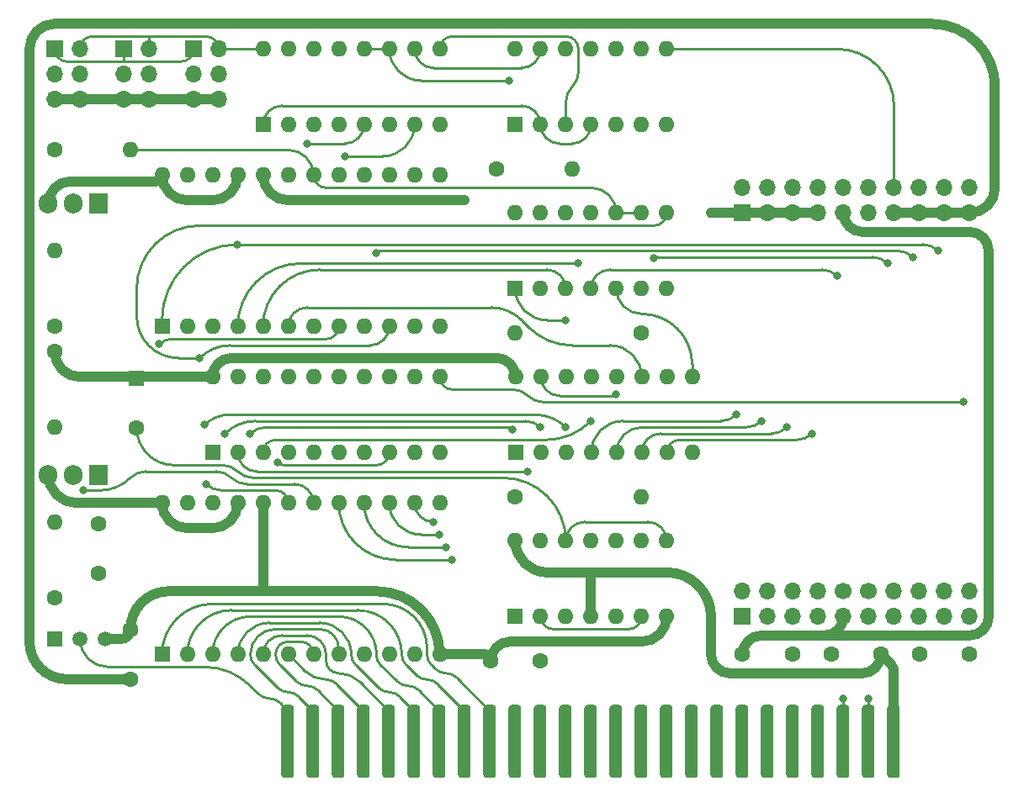
<source format=gbr>
%TF.GenerationSoftware,KiCad,Pcbnew,(6.0.5-0)*%
%TF.CreationDate,2022-08-03T01:41:10-07:00*%
%TF.ProjectId,DiskII,4469736b-4949-42e6-9b69-6361645f7063,rev?*%
%TF.SameCoordinates,Original*%
%TF.FileFunction,Copper,L1,Top*%
%TF.FilePolarity,Positive*%
%FSLAX46Y46*%
G04 Gerber Fmt 4.6, Leading zero omitted, Abs format (unit mm)*
G04 Created by KiCad (PCBNEW (6.0.5-0)) date 2022-08-03 01:41:10*
%MOMM*%
%LPD*%
G01*
G04 APERTURE LIST*
G04 Aperture macros list*
%AMRoundRect*
0 Rectangle with rounded corners*
0 $1 Rounding radius*
0 $2 $3 $4 $5 $6 $7 $8 $9 X,Y pos of 4 corners*
0 Add a 4 corners polygon primitive as box body*
4,1,4,$2,$3,$4,$5,$6,$7,$8,$9,$2,$3,0*
0 Add four circle primitives for the rounded corners*
1,1,$1+$1,$2,$3*
1,1,$1+$1,$4,$5*
1,1,$1+$1,$6,$7*
1,1,$1+$1,$8,$9*
0 Add four rect primitives between the rounded corners*
20,1,$1+$1,$2,$3,$4,$5,0*
20,1,$1+$1,$4,$5,$6,$7,0*
20,1,$1+$1,$6,$7,$8,$9,0*
20,1,$1+$1,$8,$9,$2,$3,0*%
G04 Aperture macros list end*
%TA.AperFunction,ComponentPad*%
%ADD10C,1.600000*%
%TD*%
%TA.AperFunction,ComponentPad*%
%ADD11O,1.600000X1.600000*%
%TD*%
%TA.AperFunction,ConnectorPad*%
%ADD12RoundRect,0.317500X-0.317500X-3.365500X0.317500X-3.365500X0.317500X3.365500X-0.317500X3.365500X0*%
%TD*%
%TA.AperFunction,ComponentPad*%
%ADD13R,1.600000X1.600000*%
%TD*%
%TA.AperFunction,ComponentPad*%
%ADD14R,1.905000X2.000000*%
%TD*%
%TA.AperFunction,ComponentPad*%
%ADD15O,1.905000X2.000000*%
%TD*%
%TA.AperFunction,ComponentPad*%
%ADD16R,1.500000X1.500000*%
%TD*%
%TA.AperFunction,ComponentPad*%
%ADD17C,1.500000*%
%TD*%
%TA.AperFunction,ComponentPad*%
%ADD18R,1.700000X1.700000*%
%TD*%
%TA.AperFunction,ComponentPad*%
%ADD19O,1.700000X1.700000*%
%TD*%
%TA.AperFunction,ComponentPad*%
%ADD20C,1.700000*%
%TD*%
%TA.AperFunction,ViaPad*%
%ADD21C,0.800000*%
%TD*%
%TA.AperFunction,Conductor*%
%ADD22C,0.250000*%
%TD*%
%TA.AperFunction,Conductor*%
%ADD23C,1.016000*%
%TD*%
G04 APERTURE END LIST*
D10*
%TO.P,R2,1*%
%TO.N,+5V*%
X114935000Y-97790000D03*
D11*
%TO.P,R2,2*%
%TO.N,Net-(Q2-Pad2)*%
X114935000Y-105410000D03*
%TD*%
D10*
%TO.P,R3,1*%
%TO.N,+5V*%
X159385000Y-79375000D03*
D11*
%TO.P,R3,2*%
%TO.N,Net-(R3-Pad2)*%
X167005000Y-79375000D03*
%TD*%
D10*
%TO.P,C1,1*%
%TO.N,Net-(C1-Pad1)*%
X163830000Y-128905000D03*
%TO.P,C1,2*%
%TO.N,GND*%
X158830000Y-128905000D03*
%TD*%
%TO.P,R4,1*%
%TO.N,+5V*%
X161290000Y-112395000D03*
D11*
%TO.P,R4,2*%
%TO.N,Net-(C1-Pad1)*%
X173990000Y-112395000D03*
%TD*%
D10*
%TO.P,R1,1*%
%TO.N,Net-(Q1-Pad1)*%
X114935000Y-122555000D03*
D11*
%TO.P,R1,2*%
%TO.N,Net-(Q2-Pad2)*%
X114935000Y-114935000D03*
%TD*%
D12*
%TO.P,J1,1,~{IO_SELECT}*%
%TO.N,/I{slash}~{OSEL}*%
X138430000Y-137043000D03*
%TO.P,J1,2,A00*%
%TO.N,/A0*%
X140970000Y-137043000D03*
%TO.P,J1,3,A01*%
%TO.N,/A1*%
X143510000Y-137043000D03*
%TO.P,J1,4,A02*%
%TO.N,/A2*%
X146050000Y-137043000D03*
%TO.P,J1,5,A03*%
%TO.N,/A3*%
X148590000Y-137043000D03*
%TO.P,J1,6,A04*%
%TO.N,/A4*%
X151130000Y-137043000D03*
%TO.P,J1,7,A05*%
%TO.N,/A5*%
X153670000Y-137043000D03*
%TO.P,J1,8,A06*%
%TO.N,/A6*%
X156210000Y-137043000D03*
%TO.P,J1,9,A07*%
%TO.N,/A7*%
X158750000Y-137043000D03*
%TO.P,J1,10,A08*%
%TO.N,unconnected-(J1-Pad10)*%
X161290000Y-137043000D03*
%TO.P,J1,11,A09*%
%TO.N,unconnected-(J1-Pad11)*%
X163830000Y-137043000D03*
%TO.P,J1,12,A10*%
%TO.N,unconnected-(J1-Pad12)*%
X166370000Y-137043000D03*
%TO.P,J1,13,A11*%
%TO.N,unconnected-(J1-Pad13)*%
X168910000Y-137043000D03*
%TO.P,J1,14,A12*%
%TO.N,unconnected-(J1-Pad14)*%
X171450000Y-137043000D03*
%TO.P,J1,15,A13*%
%TO.N,unconnected-(J1-Pad15)*%
X173990000Y-137043000D03*
%TO.P,J1,16,A14*%
%TO.N,unconnected-(J1-Pad16)*%
X176530000Y-137043000D03*
%TO.P,J1,17,A15*%
%TO.N,unconnected-(J1-Pad17)*%
X179070000Y-137043000D03*
%TO.P,J1,18,R/~{W}*%
%TO.N,unconnected-(J1-Pad18)*%
X181610000Y-137043000D03*
%TO.P,J1,19,N.C.*%
%TO.N,unconnected-(J1-Pad19)*%
X184150000Y-137043000D03*
%TO.P,J1,20,~{I/O_STROBE}*%
%TO.N,unconnected-(J1-Pad20)*%
X186690000Y-137043000D03*
%TO.P,J1,21,RDY*%
%TO.N,unconnected-(J1-Pad21)*%
X189230000Y-137043000D03*
%TO.P,J1,22,~{DMA}*%
%TO.N,unconnected-(J1-Pad22)*%
X191770000Y-137043000D03*
%TO.P,J1,23,INT_OUT*%
%TO.N,Net-(J1-Pad23)*%
X194310000Y-137043000D03*
%TO.P,J1,24,DMA_OUT*%
%TO.N,Net-(J1-Pad24)*%
X196850000Y-137043000D03*
%TO.P,J1,25,+5V*%
%TO.N,+5V*%
X199390000Y-137043000D03*
%TD*%
D10*
%TO.P,C4,1*%
%TO.N,+12V*%
X122555000Y-130770000D03*
%TO.P,C4,2*%
%TO.N,GND*%
X122555000Y-125770000D03*
%TD*%
D13*
%TO.P,UC2,1,A0*%
%TO.N,/A1*%
X161305000Y-107950000D03*
D11*
%TO.P,UC2,2,A1*%
%TO.N,/A2*%
X163845000Y-107950000D03*
%TO.P,UC2,3,A2*%
%TO.N,/A3*%
X166385000Y-107950000D03*
%TO.P,UC2,4,Q0*%
%TO.N,/PH0*%
X168925000Y-107950000D03*
%TO.P,UC2,5,Q1*%
%TO.N,/PH1*%
X171465000Y-107950000D03*
%TO.P,UC2,6,Q2*%
%TO.N,/PH2*%
X174005000Y-107950000D03*
%TO.P,UC2,7,Q3*%
%TO.N,/PH3*%
X176545000Y-107950000D03*
%TO.P,UC2,8,GND*%
%TO.N,GND*%
X179085000Y-107950000D03*
%TO.P,UC2,9,Q4*%
%TO.N,Net-(UB2-Pad5)*%
X179085000Y-100330000D03*
%TO.P,UC2,10,Q5*%
%TO.N,Net-(UA2-Pad5)*%
X176545000Y-100330000D03*
%TO.P,UC2,11,Q6*%
%TO.N,/P6A2*%
X174005000Y-100330000D03*
%TO.P,UC2,12,Q7*%
%TO.N,/P6A3*%
X171465000Y-100330000D03*
%TO.P,UC2,13,D*%
%TO.N,/A0*%
X168925000Y-100330000D03*
%TO.P,UC2,14,E*%
%TO.N,/DEV*%
X166385000Y-100330000D03*
%TO.P,UC2,15,Clr*%
%TO.N,/~{RES}*%
X163845000Y-100330000D03*
%TO.P,UC2,16,VCC*%
%TO.N,+5V*%
X161305000Y-100330000D03*
%TD*%
D13*
%TO.P,UD2,1,DIS*%
%TO.N,unconnected-(UD2-Pad1)*%
X161285000Y-124450000D03*
D11*
%TO.P,UD2,2,THR*%
%TO.N,Net-(C1-Pad1)*%
X163825000Y-124450000D03*
%TO.P,UD2,3,CV*%
%TO.N,unconnected-(UD2-Pad3)*%
X166365000Y-124450000D03*
%TO.P,UD2,4,R*%
%TO.N,+5V*%
X168905000Y-124450000D03*
%TO.P,UD2,5,Q*%
%TO.N,Net-(UB2-Pad1)*%
X171445000Y-124450000D03*
%TO.P,UD2,6,TR*%
%TO.N,Net-(C1-Pad1)*%
X173985000Y-124450000D03*
%TO.P,UD2,7,GND*%
%TO.N,GND*%
X176525000Y-124450000D03*
%TO.P,UD2,8,THR*%
%TO.N,Net-(C2-Pad2)*%
X176525000Y-116830000D03*
%TO.P,UD2,9,Q*%
%TO.N,Net-(UA2-Pad10)*%
X173985000Y-116830000D03*
%TO.P,UD2,10,R*%
%TO.N,/~{RES}*%
X171445000Y-116830000D03*
%TO.P,UD2,11,CV*%
%TO.N,unconnected-(UD2-Pad11)*%
X168905000Y-116830000D03*
%TO.P,UD2,12,TR*%
%TO.N,Net-(C2-Pad2)*%
X166365000Y-116830000D03*
%TO.P,UD2,13,DIS*%
%TO.N,unconnected-(UD2-Pad13)*%
X163825000Y-116830000D03*
%TO.P,UD2,14,VCC*%
%TO.N,+5V*%
X161285000Y-116830000D03*
%TD*%
D13*
%TO.P,UD3,1,A7*%
%TO.N,/A7*%
X125735000Y-128270000D03*
D11*
%TO.P,UD3,2,A6*%
%TO.N,/A6*%
X128275000Y-128270000D03*
%TO.P,UD3,3,A5*%
%TO.N,/A5*%
X130815000Y-128270000D03*
%TO.P,UD3,4,A4*%
%TO.N,/A4*%
X133355000Y-128270000D03*
%TO.P,UD3,5,A3*%
%TO.N,/A3*%
X135895000Y-128270000D03*
%TO.P,UD3,6,A2*%
%TO.N,/A2*%
X138435000Y-128270000D03*
%TO.P,UD3,7,A1*%
%TO.N,/A1*%
X140975000Y-128270000D03*
%TO.P,UD3,8,A0*%
%TO.N,/A0*%
X143515000Y-128270000D03*
%TO.P,UD3,9,D0*%
%TO.N,/D0*%
X146055000Y-128270000D03*
%TO.P,UD3,10,D1*%
%TO.N,/D1*%
X148595000Y-128270000D03*
%TO.P,UD3,11,D2*%
%TO.N,/D2*%
X151135000Y-128270000D03*
%TO.P,UD3,12,GND*%
%TO.N,GND*%
X153675000Y-128270000D03*
%TO.P,UD3,13,D3*%
%TO.N,/D3*%
X153675000Y-113030000D03*
%TO.P,UD3,14,D4*%
%TO.N,/D4*%
X151135000Y-113030000D03*
%TO.P,UD3,15,D5*%
%TO.N,/D5*%
X148595000Y-113030000D03*
%TO.P,UD3,16,D6*%
%TO.N,/D6*%
X146055000Y-113030000D03*
%TO.P,UD3,17,D7*%
%TO.N,/D7*%
X143515000Y-113030000D03*
%TO.P,UD3,18,~{CE}/PGM*%
%TO.N,/I{slash}~{OSEL}*%
X140975000Y-113030000D03*
%TO.P,UD3,19,A10*%
%TO.N,/P5A10*%
X138435000Y-113030000D03*
%TO.P,UD3,20,~{OE}*%
%TO.N,GND*%
X135895000Y-113030000D03*
%TO.P,UD3,21,VPP*%
%TO.N,/P5VCC*%
X133355000Y-113030000D03*
%TO.P,UD3,22,A9*%
%TO.N,/P5A9*%
X130815000Y-113030000D03*
%TO.P,UD3,23,A8*%
%TO.N,/P5A8*%
X128275000Y-113030000D03*
%TO.P,UD3,24,VCC*%
%TO.N,/P5VCC*%
X125735000Y-113030000D03*
%TD*%
D10*
%TO.P,C6,1*%
%TO.N,+12V*%
X206970000Y-128270000D03*
%TO.P,C6,2*%
%TO.N,GND*%
X201970000Y-128270000D03*
%TD*%
D14*
%TO.P,Q2,1,E*%
%TO.N,+5V*%
X119380000Y-110180000D03*
D15*
%TO.P,Q2,2,B*%
%TO.N,Net-(Q2-Pad2)*%
X116840000Y-110180000D03*
%TO.P,Q2,3,C*%
%TO.N,/P5VCC*%
X114300000Y-110180000D03*
%TD*%
D16*
%TO.P,Q1,1,E*%
%TO.N,Net-(Q1-Pad1)*%
X114935000Y-126725000D03*
D17*
%TO.P,Q1,2,B*%
%TO.N,/I{slash}~{OSEL}*%
X117475000Y-126725000D03*
%TO.P,Q1,3,C*%
%TO.N,GND*%
X120015000Y-126725000D03*
%TD*%
D10*
%TO.P,C7,1*%
%TO.N,-12V*%
X184150000Y-128270000D03*
%TO.P,C7,2*%
%TO.N,GND*%
X189150000Y-128270000D03*
%TD*%
%TO.P,R5,1*%
%TO.N,Net-(C2-Pad2)*%
X173990000Y-95885000D03*
D11*
%TO.P,R5,2*%
%TO.N,+5V*%
X161290000Y-95885000D03*
%TD*%
D18*
%TO.P,SW3,1,A*%
%TO.N,/P5VCC*%
X128900000Y-67310000D03*
D19*
%TO.P,SW3,2,B*%
%TO.N,/P5A10*%
X128900000Y-69850000D03*
%TO.P,SW3,3,C*%
%TO.N,GND*%
X128900000Y-72390000D03*
%TO.P,SW3,4,A*%
%TO.N,/P6VCC*%
X131440000Y-67310000D03*
%TO.P,SW3,5,B*%
%TO.N,/P6A10*%
X131440000Y-69850000D03*
%TO.P,SW3,6,C*%
%TO.N,GND*%
X131440000Y-72390000D03*
%TD*%
D18*
%TO.P,J3,1,GND*%
%TO.N,GND*%
X184150000Y-83820000D03*
D19*
%TO.P,J3,2,PH0*%
%TO.N,/PH0*%
X184150000Y-81280000D03*
%TO.P,J3,3,GND*%
%TO.N,GND*%
X186690000Y-83820000D03*
%TO.P,J3,4,PH1*%
%TO.N,/PH1*%
X186690000Y-81280000D03*
%TO.P,J3,5,GND*%
%TO.N,GND*%
X189230000Y-83820000D03*
%TO.P,J3,6,PH2*%
%TO.N,/PH2*%
X189230000Y-81280000D03*
%TO.P,J3,7,GND*%
%TO.N,GND*%
X191770000Y-83820000D03*
%TO.P,J3,8,PH3*%
%TO.N,/PH3*%
X191770000Y-81280000D03*
%TO.P,J3,9,-12*%
%TO.N,-12V*%
X194310000Y-83820000D03*
%TO.P,J3,10,WR_REQ*%
%TO.N,/WR REQ*%
X194310000Y-81280000D03*
%TO.P,J3,11,VCC*%
%TO.N,+5V*%
X196850000Y-83820000D03*
%TO.P,J3,12,VCC*%
X196850000Y-81280000D03*
%TO.P,J3,13,+12*%
%TO.N,+12V*%
X199390000Y-83820000D03*
%TO.P,J3,14,~{ENBL}*%
%TO.N,/~{ENBL 1}*%
X199390000Y-81280000D03*
%TO.P,J3,15,+12*%
%TO.N,+12V*%
X201930000Y-83820000D03*
%TO.P,J3,16,RD_DATA*%
%TO.N,/RD DATA*%
X201930000Y-81280000D03*
%TO.P,J3,17,+12*%
%TO.N,+12V*%
X204470000Y-83820000D03*
%TO.P,J3,18,WR_DATA*%
%TO.N,/P6A7*%
X204470000Y-81280000D03*
%TO.P,J3,19,+12*%
%TO.N,+12V*%
X207010000Y-83820000D03*
%TO.P,J3,20,W_PROT*%
%TO.N,/W PROT*%
X207010000Y-81280000D03*
%TD*%
D18*
%TO.P,SW1,1,A*%
%TO.N,/P5VCC*%
X114930000Y-67310000D03*
D19*
%TO.P,SW1,2,B*%
%TO.N,/P5A8*%
X114930000Y-69850000D03*
%TO.P,SW1,3,C*%
%TO.N,GND*%
X114930000Y-72390000D03*
%TO.P,SW1,4,A*%
%TO.N,/P6VCC*%
X117470000Y-67310000D03*
%TO.P,SW1,5,B*%
%TO.N,/P6A8*%
X117470000Y-69850000D03*
%TO.P,SW1,6,C*%
%TO.N,GND*%
X117470000Y-72390000D03*
%TD*%
D13*
%TO.P,UA2,1*%
%TO.N,/Q3*%
X161285000Y-74930000D03*
D11*
%TO.P,UA2,2*%
%TO.N,Net-(UA2-Pad10)*%
X163825000Y-74930000D03*
%TO.P,UA2,3*%
%TO.N,Net-(UA2-Pad3)*%
X166365000Y-74930000D03*
%TO.P,UA2,4*%
%TO.N,Net-(UA2-Pad10)*%
X168905000Y-74930000D03*
%TO.P,UA2,5*%
%TO.N,Net-(UA2-Pad5)*%
X171445000Y-74930000D03*
%TO.P,UA2,6*%
%TO.N,/~{ENBL 2}*%
X173985000Y-74930000D03*
%TO.P,UA2,7,GND*%
%TO.N,GND*%
X176525000Y-74930000D03*
%TO.P,UA2,8*%
%TO.N,/~{ENBL 1}*%
X176525000Y-67310000D03*
%TO.P,UA2,9*%
%TO.N,/~{ENBL 2}*%
X173985000Y-67310000D03*
%TO.P,UA2,10*%
%TO.N,Net-(UA2-Pad10)*%
X171445000Y-67310000D03*
%TO.P,UA2,11*%
%TO.N,/P6A4*%
X168905000Y-67310000D03*
%TO.P,UA2,12*%
%TO.N,Net-(R3-Pad2)*%
X166365000Y-67310000D03*
%TO.P,UA2,13*%
%TO.N,Net-(UA2-Pad13)*%
X163825000Y-67310000D03*
%TO.P,UA2,14,VCC*%
%TO.N,+5V*%
X161285000Y-67310000D03*
%TD*%
D13*
%TO.P,UC3,1,S0*%
%TO.N,/P6D1*%
X130815000Y-107950000D03*
D11*
%TO.P,UC3,2,OE1*%
%TO.N,/DEV*%
X133355000Y-107950000D03*
%TO.P,UC3,3,OE2*%
%TO.N,/A0*%
X135895000Y-107950000D03*
%TO.P,UC3,4,IO6*%
%TO.N,/D0*%
X138435000Y-107950000D03*
%TO.P,UC3,5,IO4*%
%TO.N,/D1*%
X140975000Y-107950000D03*
%TO.P,UC3,6,IO2*%
%TO.N,/D2*%
X143515000Y-107950000D03*
%TO.P,UC3,7,IO0*%
%TO.N,/D4*%
X146055000Y-107950000D03*
%TO.P,UC3,8,Q0*%
%TO.N,/P6A1*%
X148595000Y-107950000D03*
%TO.P,UC3,9,SR*%
%TO.N,/P6D3*%
X151135000Y-107950000D03*
%TO.P,UC3,10,GND*%
%TO.N,GND*%
X153675000Y-107950000D03*
%TO.P,UC3,11,DS0*%
%TO.N,/W PROT*%
X153675000Y-100330000D03*
%TO.P,UC3,12,Cp*%
%TO.N,Net-(UA2-Pad3)*%
X151135000Y-100330000D03*
%TO.P,UC3,13,IO1*%
%TO.N,/D3*%
X148595000Y-100330000D03*
%TO.P,UC3,14,IO3*%
%TO.N,/D5*%
X146055000Y-100330000D03*
%TO.P,UC3,15,IO5*%
%TO.N,/D6*%
X143515000Y-100330000D03*
%TO.P,UC3,16,IO7*%
%TO.N,/D7*%
X140975000Y-100330000D03*
%TO.P,UC3,17,Q7*%
%TO.N,unconnected-(UC3-Pad17)*%
X138435000Y-100330000D03*
%TO.P,UC3,18,DS7*%
%TO.N,/P6D2*%
X135895000Y-100330000D03*
%TO.P,UC3,19,S1*%
%TO.N,/P6D0*%
X133355000Y-100330000D03*
%TO.P,UC3,20,VCC*%
%TO.N,+5V*%
X130815000Y-100330000D03*
%TD*%
D13*
%TO.P,UB3,1,A7*%
%TO.N,/P6A7*%
X125735000Y-95250000D03*
D11*
%TO.P,UB3,2,A6*%
%TO.N,/P6A6*%
X128275000Y-95250000D03*
%TO.P,UB3,3,A5*%
%TO.N,/P6A5*%
X130815000Y-95250000D03*
%TO.P,UB3,4,A4*%
%TO.N,/P6A4*%
X133355000Y-95250000D03*
%TO.P,UB3,5,A3*%
%TO.N,/P6A3*%
X135895000Y-95250000D03*
%TO.P,UB3,6,A2*%
%TO.N,/P6A2*%
X138435000Y-95250000D03*
%TO.P,UB3,7,A1*%
%TO.N,/P6A1*%
X140975000Y-95250000D03*
%TO.P,UB3,8,A0*%
%TO.N,/P6A0*%
X143515000Y-95250000D03*
%TO.P,UB3,9,D0*%
%TO.N,/P6D0*%
X146055000Y-95250000D03*
%TO.P,UB3,10,D1*%
%TO.N,/P6D1*%
X148595000Y-95250000D03*
%TO.P,UB3,11,D2*%
%TO.N,/P6D2*%
X151135000Y-95250000D03*
%TO.P,UB3,12,GND*%
%TO.N,GND*%
X153675000Y-95250000D03*
%TO.P,UB3,13,D3*%
%TO.N,/P6D3*%
X153675000Y-80010000D03*
%TO.P,UB3,14,D4*%
%TO.N,/P6D4*%
X151135000Y-80010000D03*
%TO.P,UB3,15,D5*%
%TO.N,/P6D5*%
X148595000Y-80010000D03*
%TO.P,UB3,16,D6*%
%TO.N,/P6D6*%
X146055000Y-80010000D03*
%TO.P,UB3,17,D7*%
%TO.N,/P6D7*%
X143515000Y-80010000D03*
%TO.P,UB3,18,~{CE}*%
%TO.N,/P6EN*%
X140975000Y-80010000D03*
%TO.P,UB3,19,AR*%
%TO.N,/P6A10*%
X138435000Y-80010000D03*
%TO.P,UB3,20,~{OE}*%
%TO.N,GND*%
X135895000Y-80010000D03*
%TO.P,UB3,21,VPP*%
%TO.N,/P6VCC*%
X133355000Y-80010000D03*
%TO.P,UB3,22,A9*%
%TO.N,/P6A9*%
X130815000Y-80010000D03*
%TO.P,UB3,23,A8*%
%TO.N,/P6A8*%
X128275000Y-80010000D03*
%TO.P,UB3,24,VCC*%
%TO.N,/P6VCC*%
X125735000Y-80010000D03*
%TD*%
D10*
%TO.P,C3,1*%
%TO.N,+5V*%
X198080000Y-128270000D03*
%TO.P,C3,2*%
%TO.N,GND*%
X193080000Y-128270000D03*
%TD*%
%TO.P,R6,1*%
%TO.N,Net-(Q3-Pad2)*%
X114935000Y-77470000D03*
D11*
%TO.P,R6,2*%
%TO.N,/P6EN*%
X122555000Y-77470000D03*
%TD*%
D14*
%TO.P,Q3,1,E*%
%TO.N,+5V*%
X119380000Y-82875000D03*
D15*
%TO.P,Q3,2,B*%
%TO.N,Net-(Q3-Pad2)*%
X116840000Y-82875000D03*
%TO.P,Q3,3,C*%
%TO.N,/P6VCC*%
X114300000Y-82875000D03*
%TD*%
D10*
%TO.P,C5,1*%
%TO.N,+5V*%
X119380000Y-115102000D03*
%TO.P,C5,2*%
%TO.N,GND*%
X119380000Y-120102000D03*
%TD*%
D13*
%TO.P,UA3,1,~{Mr}*%
%TO.N,Net-(UA2-Pad10)*%
X135905000Y-74930000D03*
D11*
%TO.P,UA3,2,Q0*%
%TO.N,/P6A7*%
X138445000Y-74930000D03*
%TO.P,UA3,3,D0*%
%TO.N,/P6D7*%
X140985000Y-74930000D03*
%TO.P,UA3,4,D1*%
%TO.N,/P6D6*%
X143525000Y-74930000D03*
%TO.P,UA3,5,Q1*%
%TO.N,/P6A6*%
X146065000Y-74930000D03*
%TO.P,UA3,6,D2*%
%TO.N,/P6D4*%
X148605000Y-74930000D03*
%TO.P,UA3,7,Q2*%
%TO.N,/P6A5*%
X151145000Y-74930000D03*
%TO.P,UA3,8,GND*%
%TO.N,GND*%
X153685000Y-74930000D03*
%TO.P,UA3,9,Cp*%
%TO.N,Net-(UA2-Pad3)*%
X153685000Y-67310000D03*
%TO.P,UA3,10,Q3*%
%TO.N,Net-(UA2-Pad13)*%
X151145000Y-67310000D03*
%TO.P,UA3,11,D3*%
%TO.N,Net-(UA3-Pad11)*%
X148605000Y-67310000D03*
%TO.P,UA3,12,Q4*%
X146065000Y-67310000D03*
%TO.P,UA3,13,D4*%
%TO.N,/RD DATA*%
X143525000Y-67310000D03*
%TO.P,UA3,14,D5*%
%TO.N,/P6D5*%
X140985000Y-67310000D03*
%TO.P,UA3,15,Q5*%
%TO.N,/P6A0*%
X138445000Y-67310000D03*
%TO.P,UA3,16,VCC*%
%TO.N,/P6VCC*%
X135905000Y-67310000D03*
%TD*%
D13*
%TO.P,C2,1*%
%TO.N,+5V*%
X123190000Y-100467349D03*
D10*
%TO.P,C2,2*%
%TO.N,Net-(C2-Pad2)*%
X123190000Y-105467349D03*
%TD*%
D18*
%TO.P,J2,1,GND*%
%TO.N,GND*%
X184150000Y-124460000D03*
D19*
%TO.P,J2,2,PH0*%
%TO.N,/PH0*%
X184150000Y-121920000D03*
%TO.P,J2,3,GND*%
%TO.N,GND*%
X186690000Y-124460000D03*
%TO.P,J2,4,PH1*%
%TO.N,/PH1*%
X186690000Y-121920000D03*
%TO.P,J2,5,GND*%
%TO.N,GND*%
X189230000Y-124460000D03*
%TO.P,J2,6,PH2*%
%TO.N,/PH2*%
X189230000Y-121920000D03*
%TO.P,J2,7,GND*%
%TO.N,GND*%
X191770000Y-124460000D03*
%TO.P,J2,8,PH3*%
%TO.N,/PH3*%
X191770000Y-121920000D03*
%TO.P,J2,9,-12*%
%TO.N,-12V*%
X194310000Y-124460000D03*
D20*
%TO.P,J2,10,WR_REQ*%
%TO.N,/WR REQ*%
X194310000Y-121920000D03*
D19*
%TO.P,J2,11,VCC*%
%TO.N,+5V*%
X196850000Y-124460000D03*
D20*
%TO.P,J2,12,VCC*%
X196850000Y-121920000D03*
D19*
%TO.P,J2,13,+12*%
%TO.N,+12V*%
X199390000Y-124460000D03*
%TO.P,J2,14,~{ENBL}*%
%TO.N,/~{ENBL 2}*%
X199390000Y-121920000D03*
%TO.P,J2,15,+12*%
%TO.N,+12V*%
X201930000Y-124460000D03*
%TO.P,J2,16,RD_DATA*%
%TO.N,/RD DATA*%
X201930000Y-121920000D03*
%TO.P,J2,17,+12*%
%TO.N,+12V*%
X204470000Y-124460000D03*
%TO.P,J2,18,WR_DATA*%
%TO.N,/P6A7*%
X204470000Y-121920000D03*
%TO.P,J2,19,+12*%
%TO.N,+12V*%
X207010000Y-124460000D03*
%TO.P,J2,20,W_PROT*%
%TO.N,/W PROT*%
X207010000Y-121920000D03*
%TD*%
D18*
%TO.P,SW2,1,A*%
%TO.N,/P5VCC*%
X121915000Y-67310000D03*
D19*
%TO.P,SW2,2,B*%
%TO.N,/P5A9*%
X121915000Y-69850000D03*
%TO.P,SW2,3,C*%
%TO.N,GND*%
X121915000Y-72390000D03*
%TO.P,SW2,4,A*%
%TO.N,/P6VCC*%
X124455000Y-67310000D03*
%TO.P,SW2,5,B*%
%TO.N,/P6A9*%
X124455000Y-69850000D03*
%TO.P,SW2,6,C*%
%TO.N,GND*%
X124455000Y-72390000D03*
%TD*%
D13*
%TO.P,UB2,1*%
%TO.N,Net-(UB2-Pad1)*%
X161285000Y-91430000D03*
D11*
%TO.P,UB2,2*%
%TO.N,/~{RES}*%
X163825000Y-91430000D03*
%TO.P,UB2,3*%
%TO.N,/P6A3*%
X166365000Y-91430000D03*
%TO.P,UB2,4*%
%TO.N,/WR REQ*%
X168905000Y-91430000D03*
%TO.P,UB2,5*%
%TO.N,Net-(UB2-Pad5)*%
X171445000Y-91430000D03*
%TO.P,UB2,6*%
%TO.N,Net-(C2-Pad2)*%
X173985000Y-91430000D03*
%TO.P,UB2,7,GND*%
%TO.N,GND*%
X176525000Y-91430000D03*
%TO.P,UB2,8*%
%TO.N,/P6D1*%
X176525000Y-83810000D03*
%TO.P,UB2,9*%
%TO.N,/P6EN*%
X173985000Y-83810000D03*
%TO.P,UB2,10*%
X171445000Y-83810000D03*
%TO.P,UB2,11*%
%TO.N,Net-(UA2-Pad10)*%
X168905000Y-83810000D03*
%TO.P,UB2,12*%
%TO.N,Net-(R3-Pad2)*%
X166365000Y-83810000D03*
%TO.P,UB2,13*%
%TO.N,Net-(UA3-Pad11)*%
X163825000Y-83810000D03*
%TO.P,UB2,14,VCC*%
%TO.N,+5V*%
X161285000Y-83810000D03*
%TD*%
D10*
%TO.P,R7,1*%
%TO.N,+5V*%
X114935000Y-95250000D03*
D11*
%TO.P,R7,2*%
%TO.N,Net-(Q3-Pad2)*%
X114935000Y-87630000D03*
%TD*%
D21*
%TO.N,/I{slash}~{OSEL}*%
X117856000Y-111760000D03*
%TO.N,GND*%
X180975000Y-83820000D03*
X156210000Y-82550000D03*
%TO.N,Net-(UA3-Pad11)*%
X160655000Y-70485000D03*
%TO.N,/P6A7*%
X133350000Y-86995000D03*
X203835000Y-87630000D03*
%TO.N,/A0*%
X168910000Y-104775000D03*
%TO.N,/A1*%
X134620000Y-106045000D03*
X161036000Y-105664000D03*
%TO.N,/A2*%
X163830000Y-105410000D03*
X132080000Y-106045000D03*
%TO.N,/A3*%
X166370000Y-105410000D03*
X130048000Y-105156000D03*
%TO.N,/D7*%
X154940000Y-118745000D03*
%TO.N,/D6*%
X154305000Y-117475000D03*
%TO.N,/D5*%
X153670000Y-116205000D03*
%TO.N,/D4*%
X153035000Y-114935000D03*
%TO.N,/PH0*%
X183515000Y-104140000D03*
%TO.N,/PH1*%
X186055000Y-104775000D03*
%TO.N,/PH2*%
X188595000Y-105410000D03*
%TO.N,/PH3*%
X191135000Y-106045000D03*
%TO.N,/WR REQ*%
X193675000Y-90170000D03*
%TO.N,/~{ENBL 2}*%
X198755000Y-88900000D03*
X175260000Y-88392000D03*
%TO.N,/RD DATA*%
X201295000Y-88265000D03*
X147320000Y-87884000D03*
%TO.N,/W PROT*%
X206375000Y-102870000D03*
%TO.N,Net-(UB2-Pad1)*%
X166370000Y-94615000D03*
%TO.N,/~{RES}*%
X171450000Y-102108000D03*
%TO.N,/DEV*%
X162560000Y-109855000D03*
%TO.N,Net-(J1-Pad23)*%
X194310000Y-132715000D03*
%TO.N,Net-(J1-Pad24)*%
X196850000Y-132715000D03*
%TO.N,/P6A4*%
X167640000Y-88900000D03*
%TO.N,/P6A6*%
X140335000Y-76835000D03*
%TO.N,/P6A5*%
X144145000Y-78105000D03*
%TO.N,/P6A0*%
X125476000Y-97028000D03*
%TO.N,/P6D1*%
X129540000Y-98425000D03*
%TO.N,/P6A1*%
X137414000Y-108966000D03*
%TO.N,/P5A10*%
X130175000Y-111125000D03*
%TD*%
D22*
%TO.N,/I{slash}~{OSEL}*%
X130020924Y-129540000D02*
X120290000Y-129540000D01*
X135440987Y-132265987D02*
X134620000Y-131445000D01*
X139070000Y-111125000D02*
X134248025Y-111125000D01*
X137795000Y-133350000D02*
X137609013Y-133164013D01*
X138430000Y-137043000D02*
X138430000Y-134883025D01*
X131181975Y-109855000D02*
X124088025Y-109855000D01*
X119488949Y-111760000D02*
X117856000Y-111760000D01*
X117475000Y-126725000D02*
G75*
G03*
X120290000Y-129540000I2815000J0D01*
G01*
X137795008Y-133349992D02*
G75*
G02*
X138430000Y-134883025I-1533008J-1533008D01*
G01*
X136525000Y-132714993D02*
G75*
G02*
X137609013Y-133164013I0J-1533007D01*
G01*
X119488949Y-111759978D02*
G75*
G03*
X122554999Y-110489999I51J4335978D01*
G01*
X132714992Y-110490008D02*
G75*
G03*
X134248025Y-111125000I1533008J1533008D01*
G01*
X135440992Y-132265982D02*
G75*
G03*
X136525000Y-132715000I1084008J1083982D01*
G01*
X130020924Y-129539991D02*
G75*
G02*
X134620000Y-131445000I-24J-6504109D01*
G01*
X122554992Y-110489992D02*
G75*
G02*
X124088025Y-109855000I1533008J-1533008D01*
G01*
X131181975Y-109855011D02*
G75*
G02*
X132715000Y-110490000I25J-2167989D01*
G01*
X139070000Y-111125000D02*
G75*
G02*
X140975000Y-113030000I0J-1905000D01*
G01*
D23*
%TO.N,GND*%
X184185523Y-83830000D02*
X191805523Y-83830000D01*
X160735000Y-127000000D02*
X173975000Y-127000000D01*
X131440000Y-72390000D02*
X114930000Y-72390000D01*
X184185523Y-83830000D02*
X180985000Y-83830000D01*
X126405000Y-121920000D02*
X135890000Y-121920000D01*
X138435000Y-82550000D02*
X156210000Y-82550000D01*
X153675000Y-128270000D02*
X158195000Y-128270000D01*
X120015000Y-126725000D02*
X121600000Y-126725000D01*
X135895000Y-113030000D02*
X135895000Y-121907929D01*
X135890000Y-121920000D02*
X147325000Y-121920000D01*
X180975000Y-83820000D02*
G75*
G03*
X180985000Y-83830000I10000J0D01*
G01*
X153675000Y-128270000D02*
G75*
G03*
X147325000Y-121920000I-6350000J0D01*
G01*
X176525000Y-124450000D02*
G75*
G02*
X173975000Y-127000000I-2550000J0D01*
G01*
X135889992Y-121919992D02*
G75*
G03*
X135895000Y-121907929I-12092J12092D01*
G01*
X122555000Y-125770000D02*
G75*
G02*
X121600000Y-126725000I-955000J0D01*
G01*
X138435000Y-82550000D02*
G75*
G02*
X135895000Y-80010000I0J2540000D01*
G01*
X158830000Y-128905000D02*
G75*
G03*
X158195000Y-128270000I-635000J0D01*
G01*
X126405000Y-121920000D02*
G75*
G03*
X122555000Y-125770000I0J-3850000D01*
G01*
X160735000Y-127000000D02*
G75*
G03*
X158830000Y-128905000I0J-1905000D01*
G01*
%TO.N,+5V*%
X176530000Y-120015000D02*
X168910000Y-120015000D01*
X132720000Y-98425000D02*
X159400000Y-98425000D01*
X199390000Y-130057297D02*
X199390000Y-137043000D01*
X168910000Y-120015000D02*
X164470000Y-120015000D01*
X168905000Y-124450000D02*
X168905000Y-120020000D01*
X196175000Y-130175000D02*
X182880000Y-130175000D01*
X180975000Y-128270000D02*
X180975000Y-124460000D01*
X130815000Y-100330000D02*
X117475000Y-100330000D01*
X199052500Y-129242500D02*
X198080000Y-128270000D01*
X180975000Y-128270000D02*
G75*
G03*
X182880000Y-130175000I1905000J0D01*
G01*
X199390001Y-130057297D02*
G75*
G03*
X199052500Y-129242500I-1152301J-3D01*
G01*
X132720000Y-98425000D02*
G75*
G03*
X130815000Y-100330000I0J-1905000D01*
G01*
X161285000Y-116830000D02*
G75*
G03*
X164470000Y-120015000I3185000J0D01*
G01*
X176530000Y-120015000D02*
G75*
G02*
X180975000Y-124460000I0J-4445000D01*
G01*
X196175000Y-130175000D02*
G75*
G03*
X198080000Y-128270000I0J1905000D01*
G01*
X114935000Y-97790000D02*
G75*
G03*
X117475000Y-100330000I2540000J0D01*
G01*
X168910000Y-120015000D02*
G75*
G03*
X168905000Y-120020000I0J-5000D01*
G01*
X161305000Y-100330000D02*
G75*
G03*
X159400000Y-98425000I-1905000J0D01*
G01*
D22*
%TO.N,Net-(C2-Pad2)*%
X131816975Y-109220000D02*
X131064000Y-109220000D01*
X126942651Y-109220000D02*
X131064000Y-109220000D01*
X160025000Y-110490000D02*
X134883025Y-110490000D01*
X168260000Y-114935000D02*
X174630000Y-114935000D01*
X168260000Y-114935000D02*
G75*
G03*
X166365000Y-116830000I0J-1895000D01*
G01*
X176525000Y-116830000D02*
G75*
G03*
X174630000Y-114935000I-1895000J0D01*
G01*
X160025000Y-110490000D02*
G75*
G02*
X166365000Y-116830000I0J-6340000D01*
G01*
X131816975Y-109220011D02*
G75*
G02*
X133350000Y-109855000I25J-2167989D01*
G01*
X133349992Y-109855008D02*
G75*
G03*
X134883025Y-110490000I1533008J1533008D01*
G01*
X126942651Y-109220000D02*
G75*
G02*
X123190000Y-105467349I-1J3752650D01*
G01*
%TO.N,Net-(UA3-Pad11)*%
X146065000Y-67310000D02*
X148605000Y-67310000D01*
X160655000Y-70485000D02*
X151780000Y-70485000D01*
X148605000Y-67310000D02*
G75*
G03*
X151780000Y-70485000I3175000J0D01*
G01*
%TO.N,/P6A7*%
X125735000Y-94610000D02*
X125735000Y-95250000D01*
X202301975Y-86995000D02*
X139700000Y-86995000D01*
X139700000Y-86995000D02*
X133350000Y-86995000D01*
X202301975Y-86995011D02*
G75*
G02*
X203835000Y-87630000I25J-2167989D01*
G01*
X125735000Y-94610000D02*
G75*
G02*
X133350000Y-86995000I7615000J0D01*
G01*
%TO.N,/A0*%
X139514013Y-132529013D02*
X140970000Y-133985000D01*
X137165000Y-106680000D02*
X164310924Y-106680000D01*
X135069013Y-129354013D02*
X137345987Y-131630987D01*
X137160000Y-125730000D02*
X141605000Y-125730000D01*
X143515000Y-127640000D02*
X143515000Y-128270000D01*
X140970000Y-137043000D02*
X140970000Y-133985000D01*
X168909993Y-104774993D02*
G75*
G02*
X164310924Y-106680000I-4599093J4599093D01*
G01*
X143515000Y-127640000D02*
G75*
G03*
X141605000Y-125730000I-1910000J0D01*
G01*
X137165000Y-106680000D02*
G75*
G03*
X135895000Y-107950000I0J-1270000D01*
G01*
X137345992Y-131630982D02*
G75*
G03*
X138430000Y-132080000I1084008J1083982D01*
G01*
X137160000Y-125730000D02*
G75*
G03*
X134620000Y-128270000I0J-2540000D01*
G01*
X134619993Y-128270000D02*
G75*
G03*
X135069013Y-129354013I1533007J0D01*
G01*
X138430000Y-132079993D02*
G75*
G02*
X139514013Y-132529013I0J-1533007D01*
G01*
%TO.N,/A1*%
X139250987Y-130995987D02*
X137609013Y-129354013D01*
X143510000Y-137043000D02*
X143510000Y-133985000D01*
X138430000Y-127000000D02*
X139705000Y-127000000D01*
X136153025Y-105410000D02*
X160422790Y-105410000D01*
X143510000Y-133985000D02*
X141419013Y-131894013D01*
X137159993Y-128270000D02*
G75*
G03*
X137609013Y-129354013I1533007J0D01*
G01*
X140975000Y-128270000D02*
G75*
G03*
X139705000Y-127000000I-1270000J0D01*
G01*
X138430000Y-127000000D02*
G75*
G03*
X137160000Y-128270000I0J-1270000D01*
G01*
X139250992Y-130995982D02*
G75*
G03*
X140335000Y-131445000I1084008J1083982D01*
G01*
X161036003Y-105663997D02*
G75*
G03*
X160422790Y-105410000I-613203J-613203D01*
G01*
X136153025Y-105410011D02*
G75*
G03*
X134620000Y-106045000I-25J-2167989D01*
G01*
X140335000Y-131444993D02*
G75*
G02*
X141419013Y-131894013I0J-1533007D01*
G01*
%TO.N,/A2*%
X135146051Y-104775000D02*
X162296975Y-104775000D01*
X146050000Y-137043000D02*
X146050000Y-133985000D01*
X140080510Y-129915510D02*
X138435000Y-128270000D01*
X146050000Y-133985000D02*
X143324013Y-131259013D01*
X140080506Y-129915514D02*
G75*
G03*
X142240000Y-130810000I2159494J2159514D01*
G01*
X135146051Y-104775022D02*
G75*
G03*
X132080001Y-106045001I-51J-4335978D01*
G01*
X163830008Y-105409992D02*
G75*
G03*
X162296975Y-104775000I-1533008J-1533008D01*
G01*
X142240000Y-130809993D02*
G75*
G02*
X143324013Y-131259013I0J-1533007D01*
G01*
%TO.N,/A3*%
X145678025Y-131073026D02*
X148590000Y-133985000D01*
X132500840Y-104140000D02*
X163195000Y-104140000D01*
X137800000Y-126365000D02*
X140335000Y-126365000D01*
X163195000Y-104140000D02*
X163303949Y-104140000D01*
X148590000Y-133985000D02*
X148590000Y-137043000D01*
X142240000Y-128905000D02*
X142240000Y-128270000D01*
X137800000Y-126365000D02*
G75*
G03*
X135895000Y-128270000I0J-1905000D01*
G01*
X145678015Y-131073036D02*
G75*
G03*
X143510000Y-130175000I-2168015J-2167964D01*
G01*
X166369986Y-105410014D02*
G75*
G03*
X163303949Y-104140000I-3066086J-3066086D01*
G01*
X142240000Y-128905000D02*
G75*
G03*
X143510000Y-130175000I1270000J0D01*
G01*
X130047988Y-105155988D02*
G75*
G02*
X132500840Y-104140000I2452812J-2452812D01*
G01*
X142240000Y-128270000D02*
G75*
G03*
X140335000Y-126365000I-1905000J0D01*
G01*
%TO.N,/A4*%
X151130000Y-133985000D02*
X151130000Y-137043000D01*
X149674013Y-132529013D02*
X151130000Y-133985000D01*
X145229013Y-129354013D02*
X147505987Y-131630987D01*
X136530000Y-125095000D02*
X141605000Y-125095000D01*
X145229018Y-129354008D02*
G75*
G02*
X144780000Y-128270000I1083982J1084008D01*
G01*
X136530000Y-125095000D02*
G75*
G03*
X133355000Y-128270000I0J-3175000D01*
G01*
X144780000Y-128270000D02*
G75*
G03*
X141605000Y-125095000I-3175000J0D01*
G01*
X149674008Y-132529018D02*
G75*
G03*
X148590000Y-132080000I-1084008J-1083982D01*
G01*
X148590000Y-132080007D02*
G75*
G02*
X147505987Y-131630987I0J1533007D01*
G01*
%TO.N,/D7*%
X154940000Y-118745000D02*
X149230000Y-118745000D01*
X143515000Y-113030000D02*
G75*
G03*
X149230000Y-118745000I5715000J0D01*
G01*
%TO.N,/D6*%
X154305000Y-117475000D02*
X150500000Y-117475000D01*
X146055000Y-113030000D02*
G75*
G03*
X150500000Y-117475000I4445000J0D01*
G01*
%TO.N,/D5*%
X151770000Y-116205000D02*
X153670000Y-116205000D01*
X151770000Y-116205000D02*
G75*
G02*
X148595000Y-113030000I0J3175000D01*
G01*
%TO.N,/D4*%
X151135000Y-113030000D02*
X151135000Y-113035000D01*
X153035000Y-114935000D02*
G75*
G02*
X151135000Y-113035000I0J1900000D01*
G01*
%TO.N,/A7*%
X155389013Y-130624013D02*
X158750000Y-133985000D01*
X152849013Y-129354013D02*
X153220987Y-129725987D01*
X130815000Y-123190000D02*
X147955000Y-123190000D01*
X152400000Y-127635000D02*
X152400000Y-128270000D01*
X158750000Y-133985000D02*
X158750000Y-137043000D01*
X154305000Y-130175007D02*
G75*
G02*
X153220987Y-129725987I0J1533007D01*
G01*
X152849018Y-129354008D02*
G75*
G02*
X152400000Y-128270000I1083982J1084008D01*
G01*
X155389008Y-130624018D02*
G75*
G03*
X154305000Y-130175000I-1084008J-1083982D01*
G01*
X130815000Y-123190000D02*
G75*
G03*
X125735000Y-128270000I0J-5080000D01*
G01*
X152400000Y-127635000D02*
G75*
G03*
X147955000Y-123190000I-4445000J0D01*
G01*
%TO.N,/A6*%
X132720000Y-123825000D02*
X145415000Y-123825000D01*
X150309013Y-129354013D02*
X151315987Y-130360987D01*
X156210000Y-133985000D02*
X156210000Y-137043000D01*
X153484013Y-131259013D02*
X156210000Y-133985000D01*
X153484008Y-131259018D02*
G75*
G03*
X152400000Y-130810000I-1084008J-1083982D01*
G01*
X150309018Y-129354008D02*
G75*
G02*
X149860000Y-128270000I1083982J1084008D01*
G01*
X132720000Y-123825000D02*
G75*
G03*
X128275000Y-128270000I0J-4445000D01*
G01*
X149860000Y-128270000D02*
G75*
G03*
X145415000Y-123825000I-4445000J0D01*
G01*
X152400000Y-130810007D02*
G75*
G02*
X151315987Y-130360987I0J1533007D01*
G01*
%TO.N,/A5*%
X134625000Y-124460000D02*
X143510000Y-124460000D01*
X151579013Y-131894013D02*
X153670000Y-133985000D01*
X147637500Y-129222500D02*
X149410987Y-130995987D01*
X147320000Y-128270000D02*
X147320000Y-128455988D01*
X153670000Y-133985000D02*
X153670000Y-137043000D01*
X147637496Y-129222504D02*
G75*
G02*
X147320000Y-128455988I766504J766504D01*
G01*
X151579008Y-131894018D02*
G75*
G03*
X150495000Y-131445000I-1084008J-1083982D01*
G01*
X134625000Y-124460000D02*
G75*
G03*
X130815000Y-128270000I0J-3810000D01*
G01*
X147320000Y-128270000D02*
G75*
G03*
X143510000Y-124460000I-3810000J0D01*
G01*
X150495000Y-131445007D02*
G75*
G02*
X149410987Y-130995987I0J1533007D01*
G01*
%TO.N,Net-(C1-Pad1)*%
X165105000Y-125730000D02*
X172705000Y-125730000D01*
X165105000Y-125730000D02*
G75*
G02*
X163825000Y-124450000I0J1280000D01*
G01*
X173985000Y-124450000D02*
G75*
G02*
X172705000Y-125730000I-1280000J0D01*
G01*
D23*
%TO.N,+12V*%
X209550000Y-71120000D02*
X209550000Y-79375000D01*
X209550000Y-81325523D02*
X209550000Y-79375000D01*
X114935000Y-64770000D02*
X203200000Y-64770000D01*
X199425523Y-83830000D02*
X207045523Y-83830000D01*
X112395000Y-127000000D02*
X112395000Y-67310000D01*
X122555000Y-130770000D02*
X116165000Y-130770000D01*
X209550000Y-79375000D02*
X209550000Y-81280000D01*
X114935000Y-64770000D02*
G75*
G03*
X112395000Y-67310000I0J-2540000D01*
G01*
X112395000Y-127000000D02*
G75*
G03*
X116165000Y-130770000I3770000J0D01*
G01*
X209550000Y-71120000D02*
G75*
G03*
X203200000Y-64770000I-6350000J0D01*
G01*
X207010000Y-83820000D02*
G75*
G03*
X209550000Y-81280000I0J2540000D01*
G01*
%TO.N,-12V*%
X207010000Y-85725000D02*
X196215000Y-85725000D01*
X192405000Y-126365000D02*
X207010000Y-126365000D01*
X186055000Y-126365000D02*
X192405000Y-126365000D01*
X208915000Y-124460000D02*
X208915000Y-87630000D01*
X208915000Y-124460000D02*
G75*
G02*
X207010000Y-126365000I-1905000J0D01*
G01*
X194310000Y-124460000D02*
G75*
G02*
X192405000Y-126365000I-1905000J0D01*
G01*
X207010000Y-85725000D02*
G75*
G02*
X208915000Y-87630000I0J-1905000D01*
G01*
X194310000Y-83820000D02*
G75*
G03*
X196215000Y-85725000I1905000J0D01*
G01*
X186055000Y-126365000D02*
G75*
G03*
X184150000Y-128270000I0J-1905000D01*
G01*
D22*
%TO.N,/PH0*%
X172100000Y-104775000D02*
X181981975Y-104775000D01*
X172100000Y-104775000D02*
G75*
G03*
X168925000Y-107950000I0J-3175000D01*
G01*
X183515008Y-104140008D02*
G75*
G02*
X181981975Y-104775000I-1533008J1533008D01*
G01*
%TO.N,/PH1*%
X174005000Y-105410000D02*
X184521975Y-105410000D01*
X174005000Y-105410000D02*
G75*
G03*
X171465000Y-107950000I0J-2540000D01*
G01*
X186055008Y-104775008D02*
G75*
G02*
X184521975Y-105410000I-1533008J1533008D01*
G01*
%TO.N,/PH2*%
X175910000Y-106045000D02*
X187061975Y-106045000D01*
X188595008Y-105410008D02*
G75*
G02*
X187061975Y-106045000I-1533008J1533008D01*
G01*
X175910000Y-106045000D02*
G75*
G03*
X174005000Y-107950000I0J-1905000D01*
G01*
%TO.N,/PH3*%
X177815000Y-106680000D02*
X189601975Y-106680000D01*
X191135008Y-106045008D02*
G75*
G02*
X189601975Y-106680000I-1533008J1533008D01*
G01*
X177815000Y-106680000D02*
G75*
G03*
X176545000Y-107950000I0J-1270000D01*
G01*
%TO.N,/WR REQ*%
X170800000Y-89535000D02*
X192141975Y-89535000D01*
X168905000Y-91430000D02*
G75*
G02*
X170800000Y-89535000I1895000J0D01*
G01*
X193675008Y-90169992D02*
G75*
G03*
X192141975Y-89535000I-1533008J-1533008D01*
G01*
%TO.N,/~{ENBL 2}*%
X177419000Y-88265000D02*
X177800000Y-88265000D01*
X177800000Y-88265000D02*
X197221975Y-88265000D01*
X177419000Y-88265000D02*
X175566605Y-88265000D01*
X198755008Y-88899992D02*
G75*
G03*
X197221975Y-88265000I-1533008J-1533008D01*
G01*
X175259998Y-88391998D02*
G75*
G02*
X175566605Y-88265000I306602J-306602D01*
G01*
%TO.N,/RD DATA*%
X151130000Y-87630000D02*
X199761975Y-87630000D01*
X147574000Y-87630000D02*
X151130000Y-87630000D01*
X147574000Y-87630000D02*
G75*
G03*
X147320000Y-87884000I0J-254000D01*
G01*
X201295008Y-88264992D02*
G75*
G03*
X199761975Y-87630000I-1533008J-1533008D01*
G01*
%TO.N,/W PROT*%
X164093025Y-102870000D02*
X206375000Y-102870000D01*
X154945000Y-101600000D02*
X161026975Y-101600000D01*
X162560008Y-102234992D02*
G75*
G03*
X161026975Y-101600000I-1533008J-1533008D01*
G01*
X164093025Y-102869989D02*
G75*
G02*
X162560000Y-102235000I-25J2167989D01*
G01*
X154945000Y-101600000D02*
G75*
G02*
X153675000Y-100330000I0J1270000D01*
G01*
%TO.N,/~{ENBL 1}*%
X199390000Y-73025000D02*
X199390000Y-81280000D01*
X176525000Y-67310000D02*
X193675000Y-67310000D01*
X199390000Y-73025000D02*
G75*
G03*
X193675000Y-67310000I-5715000J0D01*
G01*
%TO.N,Net-(UA2-Pad10)*%
X165730000Y-76835000D02*
X167000000Y-76835000D01*
X137810000Y-73025000D02*
X161920000Y-73025000D01*
X168905000Y-74930000D02*
G75*
G02*
X167000000Y-76835000I-1905000J0D01*
G01*
X163825000Y-74930000D02*
G75*
G03*
X161920000Y-73025000I-1905000J0D01*
G01*
X165730000Y-76835000D02*
G75*
G02*
X163825000Y-74930000I0J1905000D01*
G01*
X137810000Y-73025000D02*
G75*
G03*
X135905000Y-74930000I0J-1905000D01*
G01*
%TO.N,Net-(UA2-Pad3)*%
X166370000Y-66040000D02*
X154955000Y-66040000D01*
X166365000Y-74930000D02*
X166365000Y-72665096D01*
X167640000Y-69586975D02*
X167640000Y-67310000D01*
X153685000Y-67310000D02*
G75*
G02*
X154955000Y-66040000I1270000J0D01*
G01*
X166370000Y-66040000D02*
G75*
G02*
X167640000Y-67310000I0J-1270000D01*
G01*
X167005001Y-71120001D02*
G75*
G03*
X166365000Y-72665096I1545099J-1545099D01*
G01*
X167639989Y-69586975D02*
G75*
G02*
X167005000Y-71120000I-2167989J-25D01*
G01*
%TO.N,Net-(UA2-Pad13)*%
X153050000Y-69215000D02*
X161920000Y-69215000D01*
X163825000Y-67310000D02*
G75*
G02*
X161920000Y-69215000I-1905000J0D01*
G01*
X153050000Y-69215000D02*
G75*
G02*
X151145000Y-67310000I0J1905000D01*
G01*
%TO.N,Net-(UB2-Pad1)*%
X166370000Y-94615000D02*
X164470000Y-94615000D01*
X161285000Y-91430000D02*
G75*
G03*
X164470000Y-94615000I3185000J0D01*
G01*
%TO.N,/~{RES}*%
X165750000Y-102235000D02*
X171143395Y-102235000D01*
X171450002Y-102108002D02*
G75*
G02*
X171143395Y-102235000I-306602J306602D01*
G01*
X163845000Y-100330000D02*
G75*
G03*
X165750000Y-102235000I1905000J0D01*
G01*
%TO.N,Net-(UB2-Pad5)*%
X171445000Y-91435000D02*
X171445000Y-91430000D01*
X179085000Y-100330000D02*
X179085000Y-99075000D01*
X171445000Y-91435000D02*
G75*
G03*
X173990000Y-93980000I2545000J0D01*
G01*
X173990000Y-93980000D02*
G75*
G02*
X179085000Y-99075000I0J-5095000D01*
G01*
%TO.N,/DEV*%
X135260000Y-109855000D02*
X162560000Y-109855000D01*
X135260000Y-109855000D02*
G75*
G02*
X133355000Y-107950000I0J1905000D01*
G01*
%TO.N,Net-(J1-Pad23)*%
X194310000Y-132715000D02*
X194310000Y-137043000D01*
%TO.N,Net-(J1-Pad24)*%
X196850000Y-137043000D02*
X196850000Y-132715000D01*
D23*
%TO.N,/P6VCC*%
X116530000Y-80645000D02*
X125100000Y-80645000D01*
D22*
X124460000Y-66040000D02*
X118740000Y-66040000D01*
D23*
X128270000Y-82550000D02*
X130815000Y-82550000D01*
X125735000Y-80010000D02*
X125735000Y-80015000D01*
D22*
X130170000Y-66040000D02*
X124460000Y-66040000D01*
X131440000Y-67310000D02*
X135905000Y-67310000D01*
X124455000Y-67310000D02*
X124455000Y-66045000D01*
X117470000Y-67310000D02*
G75*
G02*
X118740000Y-66040000I1270000J0D01*
G01*
D23*
X128270000Y-82550000D02*
G75*
G02*
X125735000Y-80015000I0J2535000D01*
G01*
X125735000Y-80010000D02*
G75*
G02*
X125100000Y-80645000I-635000J0D01*
G01*
D22*
X130170000Y-66040000D02*
G75*
G02*
X131440000Y-67310000I0J-1270000D01*
G01*
X124460000Y-66040000D02*
G75*
G03*
X124455000Y-66045000I0J-5000D01*
G01*
D23*
X133355000Y-80010000D02*
G75*
G02*
X130815000Y-82550000I-2540000J0D01*
G01*
X116530000Y-80645000D02*
G75*
G03*
X114300000Y-82875000I0J-2230000D01*
G01*
D22*
%TO.N,/P6EN*%
X171445000Y-83810000D02*
X173985000Y-83810000D01*
X138435000Y-77470000D02*
X122555000Y-77470000D01*
X142245000Y-81280000D02*
X168915000Y-81280000D01*
X140975000Y-80010000D02*
G75*
G03*
X142245000Y-81280000I1270000J0D01*
G01*
X138435000Y-77470000D02*
G75*
G02*
X140975000Y-80010000I0J-2540000D01*
G01*
X168915000Y-81280000D02*
G75*
G02*
X171445000Y-83810000I0J-2530000D01*
G01*
%TO.N,/P6A4*%
X139705000Y-88900000D02*
X167640000Y-88900000D01*
X139705000Y-88900000D02*
G75*
G03*
X133355000Y-95250000I0J-6350000D01*
G01*
%TO.N,/P6A6*%
X140335000Y-76835000D02*
X144160000Y-76835000D01*
X146065000Y-74930000D02*
G75*
G02*
X144160000Y-76835000I-1905000J0D01*
G01*
%TO.N,/P6A5*%
X147970000Y-78105000D02*
X144145000Y-78105000D01*
X147970000Y-78105000D02*
G75*
G03*
X151145000Y-74930000I0J3175000D01*
G01*
%TO.N,/P6A0*%
X126702420Y-96520000D02*
X142245000Y-96520000D01*
X126702420Y-96520009D02*
G75*
G03*
X125476000Y-97028000I-20J-1734391D01*
G01*
X143515000Y-95250000D02*
G75*
G02*
X142245000Y-96520000I-1270000J0D01*
G01*
%TO.N,/P6A3*%
X164470000Y-89535000D02*
X141610000Y-89535000D01*
X135895000Y-95250000D02*
G75*
G02*
X141610000Y-89535000I5715000J0D01*
G01*
X164470000Y-89535000D02*
G75*
G02*
X166365000Y-91430000I0J-1895000D01*
G01*
%TO.N,/P6D1*%
X129540000Y-85090000D02*
X175245000Y-85090000D01*
X123190000Y-94234000D02*
X123190000Y-91440000D01*
X132606051Y-97155000D02*
X146690000Y-97155000D01*
X129540000Y-98425000D02*
X127381000Y-98425000D01*
X176525000Y-83810000D02*
G75*
G02*
X175245000Y-85090000I-1280000J0D01*
G01*
X129540000Y-85090000D02*
G75*
G03*
X123190000Y-91440000I0J-6350000D01*
G01*
X148595000Y-95250000D02*
G75*
G02*
X146690000Y-97155000I-1905000J0D01*
G01*
X132606051Y-97155022D02*
G75*
G03*
X129540001Y-98425001I-51J-4335978D01*
G01*
X123190000Y-94234000D02*
G75*
G03*
X127381000Y-98425000I4191000J0D01*
G01*
%TO.N,/P6A1*%
X138027210Y-109220000D02*
X147325000Y-109220000D01*
X137413997Y-108966003D02*
G75*
G03*
X138027210Y-109220000I613203J613203D01*
G01*
X147325000Y-109220000D02*
G75*
G03*
X148595000Y-107950000I0J1270000D01*
G01*
%TO.N,/P6A2*%
X158858949Y-93345000D02*
X140340000Y-93345000D01*
X162668949Y-95358949D02*
X161925000Y-94615000D01*
X170830000Y-97155000D02*
X167005000Y-97155000D01*
X170830000Y-97155000D02*
G75*
G02*
X174005000Y-100330000I0J-3175000D01*
G01*
X158858949Y-93345022D02*
G75*
G02*
X161924999Y-94615001I51J-4335978D01*
G01*
X162668950Y-95358948D02*
G75*
G03*
X167005000Y-97155000I4336050J4336048D01*
G01*
X138435000Y-95250000D02*
G75*
G02*
X140340000Y-93345000I1905000J0D01*
G01*
%TO.N,/P5VCC*%
X121920000Y-68580000D02*
X127630000Y-68580000D01*
D23*
X128270000Y-115570000D02*
X130815000Y-115570000D01*
X125735000Y-113030000D02*
X117150000Y-113030000D01*
X125735000Y-113030000D02*
X125735000Y-113035000D01*
D22*
X116200000Y-68580000D02*
X121920000Y-68580000D01*
X121915000Y-67310000D02*
X121915000Y-68575000D01*
D23*
X128270000Y-115570000D02*
G75*
G02*
X125735000Y-113035000I0J2535000D01*
G01*
X114300000Y-110180000D02*
G75*
G03*
X117150000Y-113030000I2850000J0D01*
G01*
D22*
X121920000Y-68580000D02*
G75*
G02*
X121915000Y-68575000I0J5000D01*
G01*
D23*
X133355000Y-113030000D02*
G75*
G02*
X130815000Y-115570000I-2540000J0D01*
G01*
D22*
X116200000Y-68580000D02*
G75*
G02*
X114930000Y-67310000I0J1270000D01*
G01*
X128900000Y-67310000D02*
G75*
G02*
X127630000Y-68580000I-1270000J0D01*
G01*
%TO.N,/P5A10*%
X132715000Y-111760000D02*
X131708025Y-111760000D01*
X137165000Y-111760000D02*
X132715000Y-111760000D01*
X130174992Y-111125008D02*
G75*
G03*
X131708025Y-111760000I1533008J1533008D01*
G01*
X137165000Y-111760000D02*
G75*
G02*
X138435000Y-113030000I0J-1270000D01*
G01*
%TD*%
M02*

</source>
